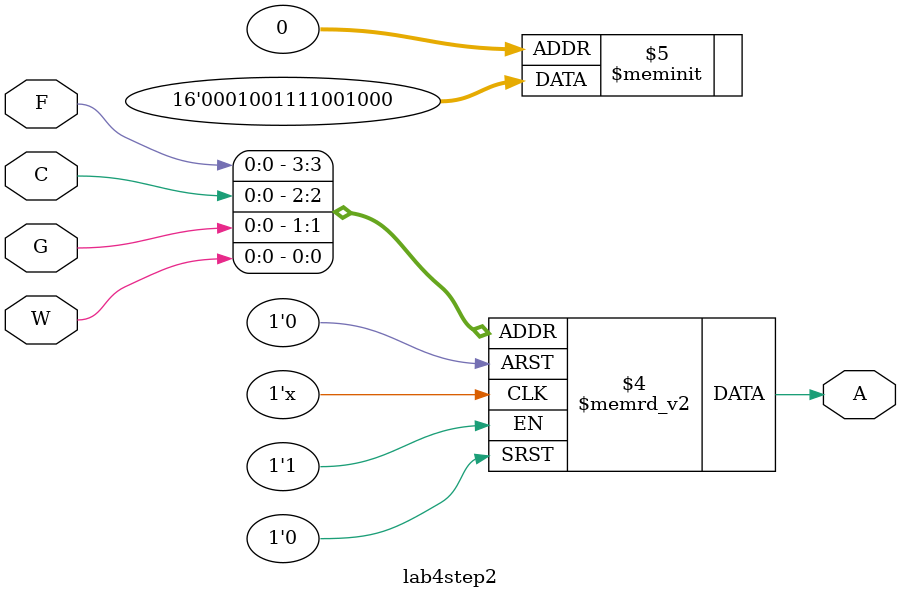
<source format=sv>
module lab4step2 (A,F,C,G,W);

input F,C,G,W;
output A;
reg A;

always@({F,C,G,W})

begin 
case({F,C,G,W})

4'b0000: A= 'b0; 

4'b0001: A= 'b0;

4'b0010: A= 'b0;

4'b0011: A= 'b1;

4'b0100: A= 'b0;

4'b0101: A= 'b0;

4'b0110: A= 'b1;

4'b0111: A= 'b1;

4'b1000: A= 'b1; 

4'b1001: A= 'b1;

4'b1010: A= 'b0;

4'b1011: A= 'b0;

4'b1100: A= 'b1;

4'b1101: A= 'b0;

4'b1110: A= 'b0; 

4'b1111: A= 'b0;     


endcase

end

endmodule
</source>
